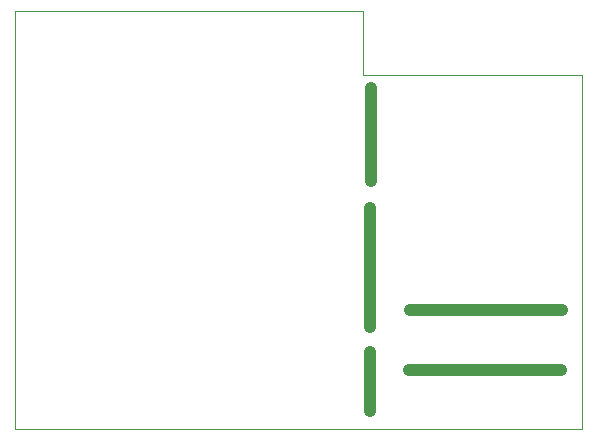
<source format=gbr>
%FSLAX32Y32*%
%MOMM*%
%LNKONTUR*%
G71*
G01*
%ADD10C, 1.00*%
%ADD11C, 0.10*%
%LPD*%
G54D10*
X4506Y1620D02*
X4601Y1620D01*
X5792Y1620D01*
G54D10*
X4498Y1112D02*
X4594Y1112D01*
X5784Y1112D01*
G54D11*
X1159Y4151D02*
X4104Y4151D01*
X4104Y3611D01*
X5961Y3611D01*
X5961Y618D01*
X5961Y611D01*
X1159Y611D01*
X1159Y4151D01*
G54D10*
X4175Y3500D02*
X4175Y2714D01*
G54D10*
X4167Y2484D02*
X4167Y1476D01*
G54D10*
X4167Y761D02*
X4167Y1261D01*
M02*

</source>
